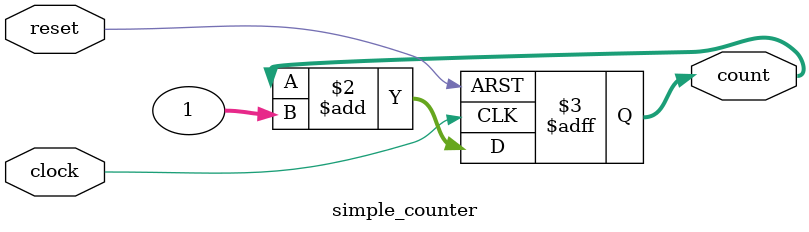
<source format=v>
module simple_counter (clock, reset, count);
    input clock, reset;
    output [31:0] count;
  reg [31:0] count;  //using reg here means count is a variable that can store a value

  always @(posedge clock or posedge reset)  //at positive edge of clock or reset
    begin 
      if (reset)
        count = 32'b0; // count(32 bit no.) becomes 0 if reset is high, sir has taught the syntax later
        else
            count = count + 1;
    end
endmodule

</source>
